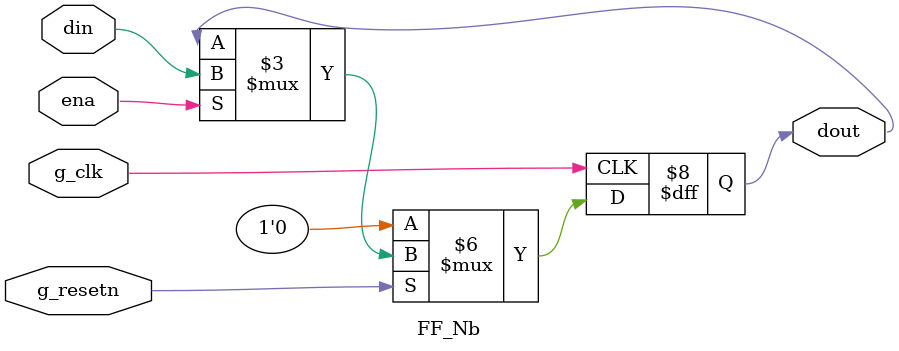
<source format=v>
module frv_masked_alu (

input  wire        g_clk            , // Global clock
input  wire        g_resetn         , // Synchronous, active low reset.

input  wire        valid            , // Inputs valid
input  wire        flush            , // Flush the masked ALU.

input  wire        op_b2a           , // Binary to arithmetic mask covert
input  wire        op_a2b           , // Arithmetic to binary mask convert
input  wire        op_b_mask        , // Binary mask
input  wire        op_b_remask      , // Binary remask
input  wire        op_a_mask        , // Arithmetic mask
input  wire        op_a_remask      , // Arithmetic remask
input  wire        op_b_not         , // Binary masked not
input  wire        op_b_and         , // Binary masked and
input  wire        op_b_ior         , // Binary masked or
input  wire        op_b_xor         , // Binary masked xor
input  wire        op_b_add         , // Binary masked addition
input  wire        op_b_sub         , // Binary masked subtraction

input  wire        prng_update      , // Force the PRNG to update.

input  wire [XL:0] rs1_s0           , // RS1 Share 0
input  wire [XL:0] rs1_s1           , // RS1 Share 1
input  wire [XL:0] rs2_s0           , // RS2 Share 0
input  wire [XL:0] rs2_s1           , // RS2 Share 1

output wire        ready            , // Outputs ready
output wire [XL:0] mask             , // The mask, used for verification only.
output wire [XL:0] rd_s0            , // Output share 0
output wire [XL:0] rd_s1              // Output share 1

);

// Common core parameters and constants
`include "frv_common.vh"

//
// Masking ISE - Use a TRNG (1) or a PRNG (0)
parameter MASKING_ISE_TRNG    = 1'b0;

// Masking ISE - Use a Threshold Implementation (1) or non-TI (0)
parameter MASKING_ISE_TI      = 1'b1;

// Use a fast implementaiton of the masking ISE instructions.
parameter MASKING_ISE_FAST    = 1'b1;

wire [XL:0] gs_0;
wire [XL:0] mxor0, mxor1;
wire [XL:0] mand0, mand1;
wire [XL:0] madd0, madd1;

wire [ 2:0] seq_cnt;
wire        addsub_ena;
wire 	    mlogic_ena;

// decode 
wire donot = op_b_not;
wire doxor = op_b_xor;
wire doand = op_b_and;
wire doior = op_b_ior;
wire doadd = op_b_add;
wire dosub = op_b_sub;

wire dob2a = op_b2a;
wire doa2b = op_a2b;

// prng for masking, mask refreshing
wire          prng_req;
reg  [31:0]   prng;
wire        n_prng_lsb = prng[31] ~^ prng[21] ~^ prng[ 1] ~^ prng[ 0];
wire [31:0] n_prng     = {prng[31-1:0], n_prng_lsb};
// Process for updating the LFSR.
always @(posedge g_clk) begin
    if(!g_resetn)      prng <= 32'h6789ABCD;
    else if(prng_req || prng_update)  prng <= n_prng;
end
assign prng_req = ready;
//boolean masking ior and subtract by controlling the complement of the operands.
wire [XL:0] s_a1; // signed(rs2_s1)
wire [XL:0] s_b1; // signed(rs1_s1)
assign s_a1 = (doior      )? ~rs1_s1: rs1_s1;
assign s_b1 = (doior|dosub)? ~rs2_s1: rs2_s1;

//boolean masking not by masking second operand of xor
wire [XL:0] n_b0, n_b1;
assign n_b0 = (donot)? {XLEN{1'b0}}: rs2_s0;
assign n_b1 = (donot)? {XLEN{1'b0}}: s_b1;

//boolean mask to arithmetic mask by reusing the boolean masking add/sub
//a0^a1 = s0-s1
//(a^x ^ x) + (b^y ^y) = (a+b)^z ^ z
//=>
//a^x = a0; x=a1;     b^y = r ; y=0
//s0=(a-b)^z ^ z;     s1  = r
wire [XL:0] b2a_b0;
assign      b2a_b0 = prng; 

//arithmetic mask to boolean mask by reusing the boolean masking add/sub
//a0-a1 = s0^s1
//(a^x ^ x) - (b^y ^y) = (a-b)^z ^ z
//=>
//a^x = a0; x=0;      b^y =-a1; y=0
//s0  = (a-b)^z;      s1  = z
wire [XL:0] a2b_b0;
assign      a2b_b0 = ~rs1_s1; 

//boolean masking logic 
wire [XL:0] op_a0, op_a1, op_b0, op_b1;
assign op_a0 = rs1_s0;
assign op_a1 = (dob2a)? rs1_s1 : (doa2b)? {XLEN{1'b0}}: s_a1;
assign op_b0 = (dob2a)? b2a_b0 : (doa2b)? a2b_b0      : n_b0;  
assign op_b1 = (dob2a | doa2b)?           {XLEN{1'b0}}: n_b1; 

wire mlogic_rdy;
msklogic   
#(  .MASKING_ISE_TI(MASKING_ISE_TI))
msklogic_ins(
    .g_resetn(  g_resetn),
    .g_clk(     g_clk), 
    .ena(       mlogic_ena), 
    .i_gs(      n_prng), 
    .i_a0(      op_a0), 
    .i_a1(      op_a1), 
    .i_b0(      op_b0),
    .i_b1(      op_b1), 
    .o_xor0(    mxor0),
    .o_xor1(    mxor1), 
    .o_and0(    mand0),
    .o_and1(    mand1),  
    .o_gs(      gs_0),
    .rdy(       mlogic_rdy));

//boolean masking add/sub
wire        madd_rdy;
mskaddsub   
#(  .MASKING_ISE_TI(MASKING_ISE_TI))
mskaddsub_ins(
    .g_resetn(  g_resetn),
    .g_clk(     g_clk),    
    .flush(     flush),
    .ena(       addsub_ena), 
    .sub(       dosub|doa2b),
    .i_gs(      gs_0), 
    .mxor0(     mxor0),
    .mxor1(     mxor1), 
    .mand0(     mand0),
    .mand1(     mand1),  
    .o_s0(      madd0), 
    .o_s1(      madd1), 
    .rdy(       madd_rdy));

//Control unit for boolean masking calculations
wire        dologic  = (~flush) & (donot | doxor | doand | doior);
wire        doaddsub = (~flush) & (doadd | dosub | dob2a | doa2b);
mskalu_ctl  mskaluctl_ins(
    .g_resetn(  g_resetn),
    .g_clk(     g_clk),
    .flush(     flush),
    .valid(valid),
    .dologic(   dologic|doaddsub), 
    .doaddsub(  doaddsub), 
    .mlogic_rdy(mlogic_rdy),
    .madd_rdy(  madd_rdy),
    .mlogic_ena(mlogic_ena), 
    .addsub_ena(addsub_ena));

// boolean mask, umask, remask
wire opmask = (~flush) & (op_b_mask   | op_a_mask  );   //masking operand
wire remask = (~flush) & (op_b_remask | op_a_remask);
wire b_mask = (~flush) & (op_b_mask   | op_b_remask);

wire [XL:0] rmask0, rmask1;
wire        msk_rdy;

generate 
    if (MASKING_ISE_TI == 1'b1) begin : masking_TI

        wire [XL:0] am_a0 = rs1_s0 + prng;
        wire [XL:0] bm_a0 = rs1_s0 ^ prng; 

        reg  [XL:0] m_a0_reg;
        always @(posedge g_clk) 
            if (!g_resetn)          m_a0_reg <= {XLEN{1'b0}};
            else if (opmask|remask) m_a0_reg <= (b_mask)? bm_a0 : am_a0;

        wire [XL:0] xm_a0 = m_a0_reg;

        wire [XL:0] arm_a0 = xm_a0 - rs1_s1;
        wire [XL:0] brm_a0 = xm_a0 ^ rs1_s1;

        assign      rmask0 = (opmask)? m_a0_reg: (b_mask)? brm_a0 : arm_a0; 
        assign      rmask1 = (opmask | remask)? prng : {XLEN{1'b0}};

        wire domask = opmask | remask;
        reg  mask_done;
        always @(posedge g_clk) 
            if (!g_resetn)                {mask_done} <= 1'd0;
            else if (domask & ~mask_done) {mask_done} <= 1'b1;
            else                          {mask_done} <= 1'd0;
        assign msk_rdy = mask_done;

    end else begin                    : masking_non_TI

        wire [XL:0] am_s0 =             rs1_s0 + prng;
        wire [XL:0] am_s1 = (remask) ? (rs1_s1 + prng): prng;
        wire [XL:0] bm_s0 =             rs1_s0 ^ prng;
        wire [XL:0] bm_s1 = (remask) ? (rs1_s1 ^ prng): prng;

        assign rmask0  = b_mask ? bm_s0 : am_s0 ;
        assign rmask1  = b_mask ? bm_s1 : am_s1 ;
        assign msk_rdy = opmask | remask ;
    end
endgenerate

//gather and multiplexing results
assign rd_s0 = {XLEN{donot  }} &  mxor0 |
               {XLEN{doxor  }} &  mxor0 |
               {XLEN{doand  }} &  mand0 |
               {XLEN{doior  }} &  mand0 |
               {XLEN{doadd  }} &  madd0 |
               {XLEN{dosub  }} &  madd0 |
               {XLEN{doa2b  }} &  madd0 |
               {XLEN{dob2a  }} &  32'b0 | // FIXME (madd0^madd1) |
               {XLEN{msk_rdy}} &  rmask0;

assign rd_s1 = {XLEN{donot  }} & ~mxor1 |
               {XLEN{doxor  }} &  mxor1 |
               {XLEN{doand  }} &  mand1 |
               {XLEN{doior  }} & ~mand1 |
               {XLEN{doadd  }} &  madd1 |
               {XLEN{dosub  }} &  madd1 |
               {XLEN{doa2b  }} &  madd1 |
               {XLEN{dob2a  }} &  prng  |
               {XLEN{msk_rdy}} &  rmask1;

assign ready = (dologic && mlogic_rdy) | madd_rdy | msk_rdy ;
assign mask  = prng;

endmodule


module mskalu_ctl(
input  wire      g_resetn, g_clk, flush,
input  wire      valid,
input  wire      dologic, doaddsub, mlogic_rdy, madd_rdy, 
output wire      mlogic_ena,
output wire      addsub_ena
);

localparam S_IDL = 2'b00;
localparam S_LOG = 2'b01;        //executing logical    instructions
localparam S_ART = 2'b10;        //executing arithmetic instructions

wire dologic_valid  = dologic && valid;
wire doaddsub_valid = doaddsub&& valid;

reg [1:0] ctl_state;
always @(posedge g_clk) begin
  if (!g_resetn)    ctl_state <= S_IDL;
  else if (flush)   ctl_state <= S_IDL;
  else begin
    case (ctl_state)
        S_IDL :     ctl_state <= 
                            (dologic_valid) ? 
                           ((mlogic_rdy)    ? 
                           ((doaddsub_valid)? S_ART : S_IDL)
                                                    : S_LOG) 
                                                    : S_IDL; 
        S_LOG :     ctl_state <= (doaddsub_valid)?  S_ART : S_IDL;
        S_ART :     ctl_state <= (madd_rdy)?  S_IDL : S_ART;
        default:    ctl_state <= S_IDL;
    endcase	
  end					
end
assign    mlogic_ena =  dologic_valid  && (ctl_state == S_IDL);
assign    addsub_ena =  doaddsub_valid && ((mlogic_rdy && (ctl_state == S_IDL)) | (ctl_state != S_IDL));

endmodule


module msklogic(
  input wire         g_resetn, g_clk, ena, 
  input wire  [31:0] i_gs,
  input wire  [31:0] i_a0,  i_a1, 
  input wire  [31:0] i_b0,  i_b1,
  output wire [31:0] o_xor0, o_xor1,
  output wire [31:0] o_and0, o_and1,
  output wire [31:0] o_gs,
  output wire        rdy
);

// Masking ISE - Use a Threshold Implementation (1) or non-TI (0)
parameter MASKING_ISE_TI      = 1'b0;

(* keep="true" *) 
wire [31:0] gs;
assign      gs = i_gs; 
assign    o_gs = i_a1; 

genvar i;
generate 
    for (i=0;i<32;i=i+1) begin : gen_pg_s1
    (* keep_hierarchy="yes" *)
    pg 
    #(  .MASKING_ISE_TI(MASKING_ISE_TI)) 
    pg_ins(
        .g_resetn(  g_resetn),
        .g_clk(     g_clk),
        .ena(       ena), 
        .i_gs(      gs[i]), 
        .i_a0(      i_a0[i]), 
        .i_a1(      i_a1[i]),  
        .i_b0(      i_b0[i]), 
        .i_b1(      i_b1[i]),  
        .o_p0(      o_xor0[i]), 
        .o_p1(      o_xor1[i]),  
        .o_g0(      o_and0[i]), 
        .o_g1(      o_and1[i]));
end
endgenerate

generate 
    if (MASKING_ISE_TI == 1'b1) begin: masking_TI
        FF_Nb  ff_msklogic_rdy(.g_resetn(g_resetn), .g_clk(g_clk), .ena(1'b1), .din(ena), .dout(rdy));
    end else begin                   : masking_non_TI
        assign rdy = ena;
    end
endgenerate
endmodule

module mskaddsub(
    input wire         g_resetn, g_clk, flush, ena,
    input wire         sub,  // active to perform a-b
    input wire  [31:0] i_gs,
    input wire  [31:0] mxor0, mxor1,
    input wire  [31:0] mand0, mand1,
    output wire [31:0] o_s0, o_s1,
    output wire        rdy
);

// Masking ISE - Use a Threshold Implementation (1) or non-TI (0)
parameter MASKING_ISE_TI      = 1'b0;

wire [31:0] gs;
wire [31:0] p0, p1;
wire [31:0] g0, g1;

wire [31:0] gs_i;
wire [31:0] p0_i, p1_i;
wire [31:0] g0_i, g1_i;

reg  [ 2:0] seq_cnt;
always @(posedge g_clk)
  if (!g_resetn)    seq_cnt <=3'd1;
  else if (flush)   seq_cnt <=3'd1;
  else if (rdy)     seq_cnt <=3'd1;
  else if (ena)     seq_cnt <=seq_cnt + 1'b1;

wire ini = ena && (seq_cnt == 3'd1);

assign gs_i = (ini)?   i_gs : gs;
assign p0_i = (ini)?   mxor0: p0;
assign p1_i = (ini)?   mxor1: p1;
assign g0_i = (ini)?   mand0: g0;
assign g1_i = (ini)?   mand1: g1;
seq_process 
#(  .MASKING_ISE_TI(MASKING_ISE_TI))
seqproc_ins(
    .g_resetn(  g_resetn),
    .g_clk(     g_clk),
    .ena(       ena), 
    .sub(       sub), 
    .i_gs(      gs_i), 
    .seq(       seq_cnt),  
    .i_pk0(     p0_i),
    .i_pk1(     p1_i),  
    .i_gk0(     g0_i),
    .i_gk1(     g1_i),   
    .o_pk0(     p0),
    .o_pk1(     p1), 
    .o_gk0(     g0),
    .o_gk1(     g1),  
    .o_gs(      gs));

postprocess posproc_ins(
    .sub(       sub),
    .i_pk0(     mxor0),
    .i_pk1(     mxor1), 
    .i_gk0(     g0),
    .i_gk1(     g1),
    .o_s0(      o_s0),
    .o_s1(      o_s1));

assign rdy = (seq_cnt==3'd6);
endmodule

module seq_process(
  input wire         g_resetn, g_clk, ena,
  input wire         sub,
  input wire  [31:0] i_gs,
  input wire  [ 2:0] seq,

  input wire  [31:0] i_pk0, i_pk1,
  input wire  [31:0] i_gk0, i_gk1,
  output wire [31:0] o_pk0, o_pk1,
  output wire [31:0] o_gk0, o_gk1,

  output wire [31:0] o_gs
);

// Masking ISE - Use a Threshold Implementation (1) or non-TI (0)
parameter MASKING_ISE_TI      = 1'b0;

(* keep="true" *)  
wire [31:0] gs;
assign      gs = i_gs;
assign    o_gs = i_pk0;

reg [31:0] gkj0, gkj1;
reg [31:0] pkj0, pkj1;

always @(*) begin
  case (seq)
      3'b001: begin
                  gkj0 = {i_gk0[30:0],1'd0};
                  gkj1 = {i_gk1[30:0],sub};
                  pkj0 = {i_pk0[30:0],1'd0};
                  pkj1 = {i_pk1[30:0],1'd0};
               end
      3'b010 : begin
                  gkj0 = {i_gk0[29:0],2'd0};
                  gkj1 = {i_gk1[29:0],sub,1'd0};                  
                  pkj0 = {i_pk0[29:0],2'd0};
                  pkj1 = {i_pk1[29:0],2'd0};
               end
      3'b011 : begin
                  gkj0 = {i_gk0[27:0],4'd0};
                  gkj1 = {i_gk1[27:0], sub, 3'd0};                  
                  pkj0 = {i_pk0[27:0],4'd0};
                  pkj1 = {i_pk1[27:0],4'd0};
               end
      3'b100 : begin
                  gkj0 = {i_gk0[23:0],8'd0};
                  gkj1 = {i_gk1[23:0],sub, 7'd0};                  
                  pkj0 = {i_pk0[23:0],8'd0};
                  pkj1 = {i_pk1[23:0],8'd0};
               end
      3'b101 : begin
                  gkj0 = {i_gk0[15:0],16'd0};
                  gkj1 = {i_gk1[15:0],sub,15'd0};                  
                  pkj0 = {32'd0};
                  pkj1 = {32'd0};
               end
      default: begin
                  gkj0 = {32'd0};
                  gkj1 = {32'd0};                  
                  pkj0 = {32'd0};
                  pkj1 = {32'd0};
               end
   endcase
end

generate genvar i;
for (i=0;i<32;i=i+1) begin : gen_black_s1
    (* keep_hierarchy="yes" *)	
    pk_gk 
    #(  .MASKING_ISE_TI(MASKING_ISE_TI)) 
    pkgk_ins(
        .g_resetn(  g_resetn),
        .g_clk(     g_clk),
        .ena(       ena), 
        .i_gs(      gs[i]),  
        .i_pj0(     pkj0[i]),
        .i_pj1(     pkj1[i]),
        .i_gj0(     gkj0[i]),
        .i_gj1(     gkj1[i]),
        .i_pk0(     i_pk0[i]),
        .i_pk1(     i_pk1[i]),
        .i_gk0(     i_gk0[i]),
        .i_gk1(     i_gk1[i]),  
        .o_g0(      o_gk0[i]),
        .o_g1(      o_gk1[i]),
        .o_p0(      o_pk0[i]),
        .o_p1(      o_pk1[i]));
end
endgenerate 
endmodule

module postprocess(
  input wire         sub,
  input wire  [31:0] i_pk0, i_pk1,
  input wire  [31:0] i_gk0, i_gk1,
  output wire [31:0] o_s0 , o_s1
);
assign o_s0 = i_pk0 ^ {i_gk0[30:0],1'b0};
assign o_s1 = i_pk1 ^ {i_gk1[30:0],sub};
endmodule


module pg(
  input wire  g_resetn, g_clk, ena,
  input wire  i_gs,
  input wire  i_a0, i_a1,
  input wire  i_b0, i_b1,
  output wire o_p0, o_p1,
  output wire o_g0, o_g1
);
// Masking ISE - Use a Threshold Implementation (1) or non-TI (0)
parameter MASKING_ISE_TI      = 1'b0;

generate 
    if (MASKING_ISE_TI == 1'b1) begin : masking_TI
        wire p0 = i_a0 ^ i_b0;
        wire p1 = i_a1 ^ i_b1;

        FF_Nb  ff_p0(.g_resetn(g_resetn), .g_clk(g_clk), .ena(ena), .din(p0), .dout(o_p0));
        FF_Nb  ff_p1(.g_resetn(g_resetn), .g_clk(g_clk), .ena(ena), .din(p1), .dout(o_p1));

        wire i_t0 = i_gs ^ (i_a0 & i_b0);
        wire i_t1 = i_gs ^ (i_a0 & i_b1);
        wire i_t2 = (i_a1 & i_b0);
        wire i_t3 = (i_a1 & i_b1);

        wire t0,t1;
        wire t2,t3;
        FF_Nb  ff_t0(.g_resetn(g_resetn), .g_clk(g_clk), .ena(ena), .din(i_t0), .dout(t0));
        FF_Nb  ff_t1(.g_resetn(g_resetn), .g_clk(g_clk), .ena(ena), .din(i_t1), .dout(t1));
        FF_Nb  ff_t2(.g_resetn(g_resetn), .g_clk(g_clk), .ena(ena), .din(i_t2), .dout(t2));
        FF_Nb  ff_t3(.g_resetn(g_resetn), .g_clk(g_clk), .ena(ena), .din(i_t3), .dout(t3));

        assign o_g0 = t0 ^ t2;
        assign o_g1 = t1 ^ t3;
    end else begin                    : masking_non_TI
        assign o_p0 = i_a0 ^ i_b0;
        assign o_p1 = i_a1 ^ i_b1;  
    
        assign o_g0 = i_gs ^ (i_a0 & i_b1) ^ (i_a0 | ~i_b0);
        assign o_g1 = i_gs ^ (i_a1 & i_b1) ^ (i_a1 | ~i_b0);  
    end
endgenerate
endmodule

module pk_gk(
  input wire  g_resetn, g_clk, ena,
  input wire  i_gs,
  input wire  i_pj0, i_pj1,
  input wire  i_gj0, i_gj1,
  input wire  i_pk0, i_pk1,
  input wire  i_gk0, i_gk1,
  output wire o_g0, o_g1,
  output wire o_p0, o_p1
);
// Masking ISE - Use a Threshold Implementation (1) or non-TI (0)
parameter MASKING_ISE_TI      = 1'b0;

generate 
    if (MASKING_ISE_TI == 1'b1) begin : masking_TI
        wire i_tg0 = i_gk0 ^ (i_gj0 & i_pk0);
        wire i_tg1 = i_gk1 ^ (i_gj1 & i_pk0);
        wire i_tg2 =         (i_gj0 & i_pk1);
        wire i_tg3 =         (i_gj1 & i_pk1);

        wire tg0,tg1;
        wire tg2,tg3;
        FF_Nb  ff_tg0(.g_resetn(g_resetn), .g_clk(g_clk), .ena(ena), .din(i_tg0), .dout(tg0));
        FF_Nb  ff_tg1(.g_resetn(g_resetn), .g_clk(g_clk), .ena(ena), .din(i_tg1), .dout(tg1));
        FF_Nb  ff_tg2(.g_resetn(g_resetn), .g_clk(g_clk), .ena(ena), .din(i_tg2), .dout(tg2));
        FF_Nb  ff_tg3(.g_resetn(g_resetn), .g_clk(g_clk), .ena(ena), .din(i_tg3), .dout(tg3));

        assign o_g0 = tg0 ^ tg2;
        assign o_g1 = tg1 ^ tg3;

        wire i_tp0 = i_gs ^ (i_pk0 & i_pj0);
        wire i_tp1 = i_gs ^ (i_pk0 & i_pj1);
        wire i_tp2 =        (i_pk1 & i_pj0);
        wire i_tp3 =        (i_pk1 & i_pj1);

        wire tp0,tp1;
        wire tp2,tp3;
        FF_Nb  ff_tp0(.g_resetn(g_resetn), .g_clk(g_clk), .ena(ena), .din(i_tp0), .dout(tp0));
        FF_Nb  ff_tp1(.g_resetn(g_resetn), .g_clk(g_clk), .ena(ena), .din(i_tp1), .dout(tp1));
        FF_Nb  ff_tp2(.g_resetn(g_resetn), .g_clk(g_clk), .ena(ena), .din(i_tp2), .dout(tp2));
        FF_Nb  ff_tp3(.g_resetn(g_resetn), .g_clk(g_clk), .ena(ena), .din(i_tp3), .dout(tp3));
        assign o_p0 = tp0 ^ tp2;
        assign o_p1 = tp1 ^ tp3;
    end else begin                    : masking_non_TI
        wire pk0 = i_gs  ^ (i_pk0 & i_pj1) ^ (i_pk0 | ~i_pj0);
        wire pk1 = i_gs  ^ (i_pk1 & i_pj1) ^ (i_pk1 | ~i_pj0);  
        FF_Nb  ff_pk0(.g_resetn(g_resetn), .g_clk(g_clk), .ena(ena), .din(pk0), .dout(o_p0));
        FF_Nb  ff_pk1(.g_resetn(g_resetn), .g_clk(g_clk), .ena(ena), .din(pk1), .dout(o_p1));

        wire gk0 = i_gk0 ^ (i_gj0 & i_pk1) ^ (i_gj0 | ~i_pk0);
        wire gk1 = i_gk1 ^ (i_gj1 & i_pk1) ^ (i_gj1 | ~i_pk0);
        FF_Nb  ff_gk0(.g_resetn(g_resetn), .g_clk(g_clk), .ena(ena), .din(gk0), .dout(o_g0));
        FF_Nb  ff_gk1(.g_resetn(g_resetn), .g_clk(g_clk), .ena(ena), .din(gk1), .dout(o_g1));    
    end
endgenerate
endmodule

module FF_Nb #(parameter Nb=1) (
  input wire  g_resetn, g_clk,
  input wire  ena,
  input wire  [Nb-1:0] din,
  output reg  [Nb-1:0] dout
);

always @(posedge g_clk) begin
  if (!g_resetn)    dout <= {Nb{1'b0}};
  else if (ena)     dout <= din;
end

endmodule

</source>
